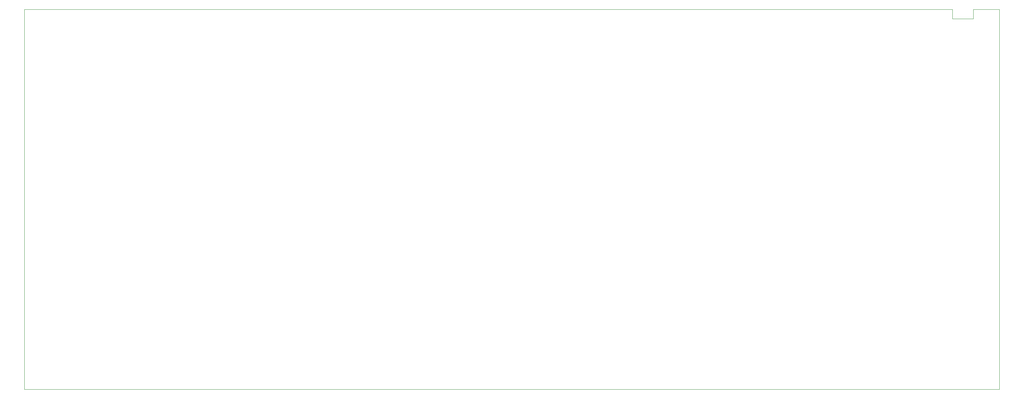
<source format=gbr>
G04 #@! TF.GenerationSoftware,KiCad,Pcbnew,(5.1.0)-1*
G04 #@! TF.CreationDate,2020-09-20T16:50:51-04:00*
G04 #@! TF.ProjectId,keyboard,6b657962-6f61-4726-942e-6b696361645f,rev?*
G04 #@! TF.SameCoordinates,Original*
G04 #@! TF.FileFunction,Profile,NP*
%FSLAX46Y46*%
G04 Gerber Fmt 4.6, Leading zero omitted, Abs format (unit mm)*
G04 Created by KiCad (PCBNEW (5.1.0)-1) date 2020-09-20 16:50:51*
%MOMM*%
%LPD*%
G04 APERTURE LIST*
%ADD10C,0.050000*%
G04 APERTURE END LIST*
D10*
X246634000Y-36830000D02*
X246634000Y-34544000D01*
X241554000Y-34544000D02*
X241554000Y-36830000D01*
X241554000Y-36830000D02*
X246634000Y-36830000D01*
X15494000Y-34544000D02*
X15494000Y-127254000D01*
X241554000Y-34544000D02*
X15494000Y-34544000D01*
X252984000Y-34544000D02*
X246634000Y-34544000D01*
X252984000Y-127254000D02*
X252984000Y-34544000D01*
X15494000Y-127254000D02*
X252984000Y-127254000D01*
M02*

</source>
